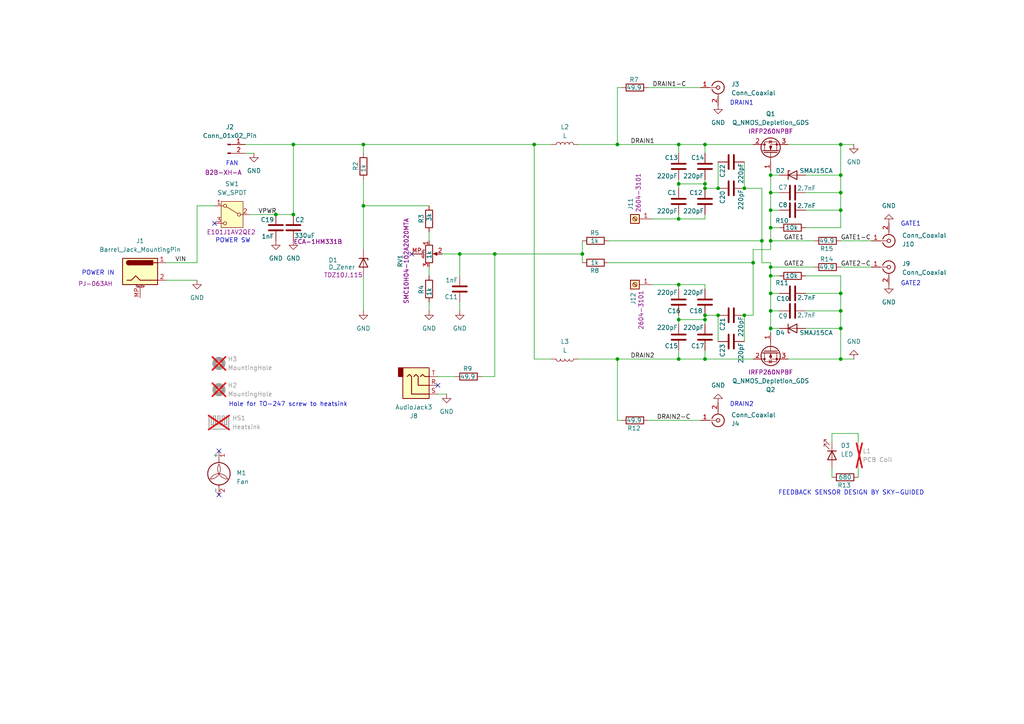
<source format=kicad_sch>
(kicad_sch (version 20250114) (generator "eeschema") (generator_version "9.0")
  (paper "A4")
  (lib_symbols
    (symbol "Connector:Barrel_Jack_MountingPin" (pin_names (hide yes))
      (property "Reference" "J" (at 0 5.334 0))
      (property "Value" "Barrel_Jack_MountingPin" (at 1.27 -6.35 0))
      (symbol "Barrel_Jack_MountingPin_0_1"
        (rectangle (start -5.08 3.81) (end 5.08 -3.81) (stroke (width 0.254)) (fill (type background)))
        (polyline (pts (xy -3.81 -2.54) (xy -2.54 -2.54) (xy -1.27 -1.27) (xy 0 -2.54) (xy 2.54 -2.54) (xy 5.08 -2.54)) (stroke (width 0.254)))
        (arc (start -3.302 1.905) (mid -3.9343 2.54) (end -3.302 3.175) (stroke (width 0.254)))
        (arc (start -3.302 1.905) (mid -3.9343 2.54) (end -3.302 3.175) (stroke (width 0.254)) (fill (type outline)))
        (rectangle (start 3.683 3.175) (end -3.302 1.905) (stroke (width 0.254)) (fill (type outline)))
        (polyline (pts (xy 5.08 2.54) (xy 3.81 2.54)) (stroke (width 0.254)))
      )
      (symbol "Barrel_Jack_MountingPin_1_1"
        (polyline (pts (xy -1.016 -4.572) (xy 1.016 -4.572)) (stroke (width 0.1524)))
        (text "Mounting" (at 0 -4.191 0) (effects (font (size 0.381 0.381))))
        (pin passive line (at 0 -7.62 90) (length 3.048) (name "MountPin") (number "MP"))
        (pin passive line (at 7.62 2.54 180) (length 2.54) (name "~") (number "1"))
        (pin passive line (at 7.62 -2.54 180) (length 2.54) (name "~") (number "2"))
      )
    )
    (symbol "Connector:Conn_01x02_Pin" (pin_names (offset 1.016) (hide yes))
      (property "Reference" "J" (at 0 2.54 0))
      (property "Value" "Conn_01x02_Pin" (at 0 -5.08 0))
      (symbol "Conn_01x02_Pin_1_1"
        (rectangle (start 0.8636 0.127) (end 0 -0.127) (stroke (width 0.1524)) (fill (type outline)))
        (rectangle (start 0.8636 -2.413) (end 0 -2.667) (stroke (width 0.1524)) (fill (type outline)))
        (polyline (pts (xy 1.27 0) (xy 0.8636 0)) (stroke (width 0.1524)))
        (polyline (pts (xy 1.27 -2.54) (xy 0.8636 -2.54)) (stroke (width 0.1524)))
        (pin passive line (at 5.08 0 180) (length 3.81) (name "Pin_1") (number "1"))
        (pin passive line (at 5.08 -2.54 180) (length 3.81) (name "Pin_2") (number "2"))
      )
    )
    (symbol "Connector:Conn_Coaxial" (pin_names (offset 1.016) (hide yes))
      (property "Reference" "J" (at 0.254 3.048 0))
      (property "Value" "Conn_Coaxial" (at 2.921 0 90))
      (symbol "Conn_Coaxial_0_1"
        (polyline (pts (xy -2.54 0) (xy -0.508 0)))
        (arc (start 1.778 0) (mid 0.222 -1.8079) (end -1.778 -0.508) (stroke (width 0.254)))
        (arc (start -1.778 0.508) (mid 0.2221 1.8084) (end 1.778 0) (stroke (width 0.254)))
        (circle (center 0 0) (radius 0.508) (stroke (width 0.2032)))
        (polyline (pts (xy 0 -2.54) (xy 0 -1.778)))
      )
      (symbol "Conn_Coaxial_1_1"
        (pin passive line (at -5.08 0 0) (length 2.54) (name "In") (number "1"))
        (pin passive line (at 0 -5.08 90) (length 2.54) (name "Ext") (number "2"))
      )
    )
    (symbol "Connector:Screw_Terminal_01x01" (pin_names (offset 1.016) (hide yes))
      (property "Reference" "J" (at 0 2.54 0))
      (property "Value" "Screw_Terminal_01x01" (at 0 -2.54 0))
      (symbol "Screw_Terminal_01x01_1_1"
        (rectangle (start -1.27 1.27) (end 1.27 -1.27) (stroke (width 0.254)) (fill (type background)))
        (polyline (pts (xy -0.5334 0.3302) (xy 0.3302 -0.508)) (stroke (width 0.1524)))
        (polyline (pts (xy -0.3556 0.508) (xy 0.508 -0.3302)) (stroke (width 0.1524)))
        (circle (center 0 0) (radius 0.635) (stroke (width 0.1524)))
        (pin passive line (at -5.08 0 0) (length 3.81) (name "Pin_1") (number "1"))
      )
    )
    (symbol "Connector_Audio:AudioJack3"
      (property "Reference" "J" (at 0 8.89 0))
      (property "Value" "AudioJack3" (at 0 6.35 0))
      (symbol "AudioJack3_0_1"
        (rectangle (start -5.08 -5.08) (end -6.35 -2.54) (stroke (width 0.254)) (fill (type outline)))
        (polyline (pts (xy -1.905 -2.54) (xy -1.27 -3.175) (xy -0.635 -2.54) (xy -0.635 0) (xy 2.54 0)) (stroke (width 0.254)))
        (polyline (pts (xy 0 -2.54) (xy 0.635 -3.175) (xy 1.27 -2.54) (xy 2.54 -2.54)) (stroke (width 0.254)))
        (rectangle (start 2.54 3.81) (end -5.08 -5.08) (stroke (width 0.254)) (fill (type background)))
        (polyline (pts (xy 2.54 2.54) (xy -2.54 2.54) (xy -2.54 -2.54) (xy -3.175 -3.175) (xy -3.81 -2.54)) (stroke (width 0.254)))
      )
      (symbol "AudioJack3_1_1"
        (pin passive line (at 5.08 2.54 180) (length 2.54) (name "~") (number "S"))
        (pin passive line (at 5.08 0 180) (length 2.54) (name "~") (number "R"))
        (pin passive line (at 5.08 -2.54 180) (length 2.54) (name "~") (number "T"))
      )
    )
    (symbol "Device:C" (pin_numbers (hide yes)) (pin_names (offset 0.254))
      (property "Reference" "C" (at 0.635 2.54 0))
      (property "Value" "C" (at 0.635 -2.54 0))
      (symbol "C_0_1"
        (polyline (pts (xy -2.032 0.762) (xy 2.032 0.762)) (stroke (width 0.508)))
        (polyline (pts (xy -2.032 -0.762) (xy 2.032 -0.762)) (stroke (width 0.508)))
      )
      (symbol "C_1_1"
        (pin passive line (at 0 3.81 270) (length 2.794) (name "~") (number "1"))
        (pin passive line (at 0 -3.81 90) (length 2.794) (name "~") (number "2"))
      )
    )
    (symbol "Device:D_Zener" (pin_numbers (hide yes)) (pin_names (offset 1.016) (hide yes))
      (property "Reference" "D" (at 0 2.54 0))
      (property "Value" "D_Zener" (at 0 -2.54 0))
      (symbol "D_Zener_0_1"
        (polyline (pts (xy -1.27 -1.27) (xy -1.27 1.27) (xy -0.762 1.27)) (stroke (width 0.254)))
        (polyline (pts (xy 1.27 0) (xy -1.27 0)))
        (polyline (pts (xy 1.27 -1.27) (xy 1.27 1.27) (xy -1.27 0) (xy 1.27 -1.27)) (stroke (width 0.254)))
      )
      (symbol "D_Zener_1_1"
        (pin passive line (at -3.81 0 0) (length 2.54) (name "K") (number "1"))
        (pin passive line (at 3.81 0 180) (length 2.54) (name "A") (number "2"))
      )
    )
    (symbol "Device:L" (pin_numbers (hide yes)) (pin_names (offset 1.016) (hide yes))
      (property "Reference" "L" (at -1.27 0 90))
      (property "Value" "L" (at 1.905 0 90))
      (symbol "L_0_1"
        (arc (start 0 2.54) (mid 0.6323 1.905) (end 0 1.27))
        (arc (start 0 1.27) (mid 0.6323 0.635) (end 0 0))
        (arc (start 0 0) (mid 0.6323 -0.635) (end 0 -1.27))
        (arc (start 0 -1.27) (mid 0.6323 -1.905) (end 0 -2.54))
      )
      (symbol "L_1_1"
        (pin passive line (at 0 3.81 270) (length 1.27) (name "1") (number "1"))
        (pin passive line (at 0 -3.81 90) (length 1.27) (name "2") (number "2"))
      )
    )
    (symbol "Device:LED" (pin_numbers (hide yes)) (pin_names (offset 1.016) (hide yes))
      (property "Reference" "D" (at 0 2.54 0))
      (property "Value" "LED" (at 0 -2.54 0))
      (symbol "LED_0_1"
        (polyline (pts (xy -3.048 -0.762) (xy -4.572 -2.286) (xy -3.81 -2.286) (xy -4.572 -2.286) (xy -4.572 -1.524)))
        (polyline (pts (xy -1.778 -0.762) (xy -3.302 -2.286) (xy -2.54 -2.286) (xy -3.302 -2.286) (xy -3.302 -1.524)))
        (polyline (pts (xy -1.27 0) (xy 1.27 0)))
        (polyline (pts (xy -1.27 -1.27) (xy -1.27 1.27)) (stroke (width 0.254)))
        (polyline (pts (xy 1.27 -1.27) (xy 1.27 1.27) (xy -1.27 0) (xy 1.27 -1.27)) (stroke (width 0.254)))
      )
      (symbol "LED_1_1"
        (pin passive line (at -3.81 0 0) (length 2.54) (name "K") (number "1"))
        (pin passive line (at 3.81 0 180) (length 2.54) (name "A") (number "2"))
      )
    )
    (symbol "Device:R" (pin_numbers (hide yes)) (pin_names (offset 0))
      (property "Reference" "R" (at 2.032 0 90))
      (property "Value" "R" (at 0 0 90))
      (symbol "R_0_1"
        (rectangle (start -1.016 -2.54) (end 1.016 2.54) (stroke (width 0.254)))
      )
      (symbol "R_1_1"
        (pin passive line (at 0 3.81 270) (length 1.27) (name "~") (number "1"))
        (pin passive line (at 0 -3.81 90) (length 1.27) (name "~") (number "2"))
      )
    )
    (symbol "Device:R_Potentiometer_MountingPin" (pin_names (offset 1.016) (hide yes))
      (property "Reference" "RV" (at -8.255 0 90))
      (property "Value" "R_Potentiometer_MountingPin" (at -6.35 0 90))
      (symbol "R_Potentiometer_MountingPin_0_1"
        (rectangle (start 1.016 2.54) (end -1.016 -2.54) (stroke (width 0.254)))
        (polyline (pts (xy 1.143 0) (xy 2.286 0.508) (xy 2.286 -0.508)) (fill (type outline)))
        (polyline (pts (xy 2.54 0) (xy 1.524 0)))
      )
      (symbol "R_Potentiometer_MountingPin_1_1"
        (polyline (pts (xy -2.032 1.016) (xy -2.032 -1.016)) (stroke (width 0.1524)))
        (text "Mounting" (at -1.651 0 900) (effects (font (size 0.381 0.381))))
        (pin passive line (at -5.08 0 0) (length 3.048) (name "MountPin") (number "MP"))
        (pin passive line (at 0 3.81 270) (length 1.27) (name "1") (number "1"))
        (pin passive line (at 0 -3.81 90) (length 1.27) (name "3") (number "3"))
        (pin passive line (at 3.81 0 180) (length 1.27) (name "2") (number "2"))
      )
    )
    (symbol "Mechanical:Heatsink" (pin_names (offset 1.016)) (exclude_from_sim yes)
      (property "Reference" "HS" (at 0 5.08 0))
      (property "Value" "Heatsink" (at 0 -1.27 0))
      (symbol "Heatsink_0_1"
        (polyline (pts (xy -0.3302 1.27) (xy -0.9652 1.27) (xy -0.9652 3.81) (xy -1.6002 3.81) (xy -1.6002 1.27) (xy -2.2352 1.27) (xy -2.2352 3.81) (xy -2.8702 3.81) (xy -2.8702 0) (xy -0.9652 0)) (stroke (width 0.254)) (fill (type background)))
        (polyline (pts (xy -0.3302 1.27) (xy -0.3302 3.81) (xy 0.3048 3.81) (xy 0.3048 1.27) (xy 0.9398 1.27) (xy 0.9398 3.81) (xy 1.5748 3.81) (xy 1.5748 1.27) (xy 2.2098 1.27) (xy 2.2098 3.81) (xy 2.8448 3.81) (xy 2.8448 0) (xy -0.9652 0)) (stroke (width 0.254)) (fill (type background)))
      )
    )
    (symbol "Mechanical:MountingHole" (pin_names (offset 1.016)) (exclude_from_sim yes) (in_bom no)
      (property "Reference" "H" (at 0 5.08 0))
      (property "Value" "MountingHole" (at 0 3.175 0))
      (symbol "MountingHole_0_1"
        (circle (center 0 0) (radius 1.27) (stroke (width 1.27)))
      )
    )
    (symbol "Motor:Fan" (pin_names (offset 0))
      (property "Reference" "M" (at 2.54 5.08 0))
      (property "Value" "Fan" (at 2.54 -2.54 0))
      (symbol "Fan_0_1"
        (arc (start 0 3.81) (mid -0.0015 0.9048) (end -2.54 -0.508))
        (polyline (pts (xy 0 4.572) (xy 0 5.08)))
        (polyline (pts (xy 0 4.2672) (xy 0 4.6228)))
        (circle (center 0 1.016) (radius 3.2512) (stroke (width 0.254)))
        (arc (start -2.54 -0.508) (mid 0 1.0618) (end 2.54 -0.508))
        (polyline (pts (xy 0 -2.2352) (xy 0 -2.6416)))
        (polyline (pts (xy 0 -5.08) (xy 0 -4.572)))
        (arc (start 2.54 -0.508) (mid 0.047 0.9315) (end 0 3.81))
      )
      (symbol "Fan_1_1"
        (pin passive line (at 0 7.62 270) (length 2.54) (name "+") (number "1"))
        (pin passive line (at 0 -5.08 90) (length 2.54) (name "-") (number "2"))
      )
    )
    (symbol "Switch:SW_SPDT" (pin_names (offset 0) (hide yes))
      (property "Reference" "SW" (at 0 5.08 0))
      (property "Value" "SW_SPDT" (at 0 -5.08 0))
      (symbol "SW_SPDT_0_1"
        (circle (center -2.032 0) (radius 0.4572))
        (polyline (pts (xy -1.651 0.254) (xy 1.651 2.286)))
        (circle (center 2.032 2.54) (radius 0.4572))
        (circle (center 2.032 -2.54) (radius 0.4572))
      )
      (symbol "SW_SPDT_1_1"
        (rectangle (start -3.175 3.81) (end 3.175 -3.81) (fill (type background)))
        (pin passive line (at -5.08 0 0) (length 2.54) (name "B") (number "2"))
        (pin passive line (at 5.08 2.54 180) (length 2.54) (name "A") (number "1"))
        (pin passive line (at 5.08 -2.54 180) (length 2.54) (name "C") (number "3"))
      )
    )
    (symbol "Transistor_FET_Other:Q_NMOS_Depletion_GDS" (pin_names (offset 0) (hide yes))
      (property "Reference" "Q" (at 5.08 1.905 0))
      (property "Value" "Q_NMOS_Depletion_GDS" (at 5.08 0 0))
      (symbol "Q_NMOS_Depletion_GDS_0_1"
        (polyline (pts (xy 0.254 1.905) (xy 0.254 -1.905)) (stroke (width 0.254)))
        (polyline (pts (xy 0.254 0) (xy -2.54 0)))
        (polyline (pts (xy 0.762 2.286) (xy 0.762 -2.286)) (stroke (width 0.254)))
        (polyline (pts (xy 0.762 -1.778) (xy 3.302 -1.778) (xy 3.302 1.778) (xy 0.762 1.778)))
        (polyline (pts (xy 1.016 0) (xy 2.032 0.381) (xy 2.032 -0.381) (xy 1.016 0)) (fill (type outline)))
        (circle (center 1.651 0) (radius 2.794) (stroke (width 0.254)))
        (polyline (pts (xy 2.54 2.54) (xy 2.54 1.778)))
        (circle (center 2.54 1.778) (radius 0.254) (fill (type outline)))
        (circle (center 2.54 -1.778) (radius 0.254) (fill (type outline)))
        (polyline (pts (xy 2.54 -2.54) (xy 2.54 0) (xy 0.762 0)))
        (polyline (pts (xy 2.794 0.508) (xy 2.921 0.381) (xy 3.683 0.381) (xy 3.81 0.254)))
        (polyline (pts (xy 3.302 0.381) (xy 2.921 -0.254) (xy 3.683 -0.254) (xy 3.302 0.381)))
      )
      (symbol "Q_NMOS_Depletion_GDS_1_1"
        (pin input line (at -5.08 0 0) (length 2.54) (name "G") (number "1"))
        (pin passive line (at 2.54 5.08 270) (length 2.54) (name "D") (number "2"))
        (pin passive line (at 2.54 -5.08 90) (length 2.54) (name "S") (number "3"))
      )
    )
    (symbol "power:GND" (power) (pin_numbers (hide yes)) (pin_names (offset 0) (hide yes))
      (property "Value" "GND" (at 0 -3.81 0))
      (symbol "GND_0_1"
        (polyline (pts (xy 0 0) (xy 0 -1.27) (xy 1.27 -1.27) (xy 0 -2.54) (xy -1.27 -1.27) (xy 0 -1.27)))
      )
      (symbol "GND_1_1"
        (pin power_in line (at 0 0 270) (length 0) (name "~") (number "1"))
      )
    )
  )
  (text "DRAIN2\n" (at 215.138 117.348 0) (effects (font (size 1.27 1.27))))
  (text "Hole for TO-247 screw to heatsink" (at 83.566 117.348 0) (effects (font (size 1.27 1.27))))
  (text "FEEDBACK SENSOR DESIGN BY SKY-GUIDED" (at 246.888 143.002 0) (effects (font (size 1.27 1.27))))
  (text "GATE1" (at 264.16 65.024 0) (effects (font (size 1.27 1.27))))
  (text "POWER IN" (at 28.448 79.248 0) (effects (font (size 1.27 1.27))))
  (text "DRAIN1" (at 215.138 29.972 0) (effects (font (size 1.27 1.27))))
  (text "POWER SW" (at 67.564 69.85 0) (effects (font (size 1.27 1.27))))
  (text "GATE2" (at 264.16 82.296 0) (effects (font (size 1.27 1.27))))
  (text "FAN" (at 67.31 47.498 0) (effects (font (size 1.27 1.27))))
  (junction (at 85.09 62.23))
  (junction (at 208.28 91.44))
  (junction (at 196.85 41.91))
  (junction (at 218.44 76.2))
  (junction (at 204.47 53.34))
  (junction (at 223.52 85.09))
  (junction (at 196.85 82.55))
  (junction (at 243.84 50.8))
  (junction (at 204.47 54.61))
  (junction (at 223.52 69.85))
  (junction (at 223.52 60.96))
  (junction (at 105.41 59.69))
  (junction (at 196.85 63.5))
  (junction (at 243.84 95.25))
  (junction (at 168.91 73.66))
  (junction (at 105.41 41.91))
  (junction (at 223.52 55.88))
  (junction (at 243.84 55.88))
  (junction (at 208.28 54.61))
  (junction (at 220.98 69.85))
  (junction (at 80.01 62.23))
  (junction (at 196.85 53.34))
  (junction (at 223.52 77.47))
  (junction (at 223.52 95.25))
  (junction (at 215.9 54.61))
  (junction (at 243.84 85.09))
  (junction (at 223.52 66.04))
  (junction (at 243.84 60.96))
  (junction (at 204.47 92.71))
  (junction (at 196.85 104.14))
  (junction (at 196.85 92.71))
  (junction (at 85.09 41.91))
  (junction (at 223.52 50.8))
  (junction (at 143.51 73.66))
  (junction (at 179.07 104.14))
  (junction (at 215.9 91.44))
  (junction (at 133.35 73.66))
  (junction (at 243.84 90.17))
  (junction (at 154.94 41.91))
  (junction (at 243.84 41.91))
  (junction (at 204.47 91.44))
  (junction (at 243.84 104.14))
  (junction (at 204.47 104.14))
  (junction (at 223.52 90.17))
  (junction (at 179.07 41.91))
  (junction (at 223.52 80.01))
  (junction (at 204.47 41.91))
  (no_connect (at 62.23 64.77))
  (no_connect (at 119.38 73.66))
  (no_connect (at 63.5 143.51))
  (no_connect (at 127 111.76))
  (no_connect (at 63.5 130.81))
  (wire (pts (xy 204.47 92.71) (xy 204.47 91.44)))
  (wire (pts (xy 176.53 76.2) (xy 218.44 76.2)))
  (wire (pts (xy 215.9 54.61) (xy 220.98 54.61)))
  (wire (pts (xy 223.52 77.47) (xy 223.52 80.01)))
  (wire (pts (xy 196.85 41.91) (xy 204.47 41.91)))
  (wire (pts (xy 196.85 52.07) (xy 196.85 53.34)))
  (wire (pts (xy 223.52 85.09) (xy 226.06 85.09)))
  (wire (pts (xy 57.15 59.69) (xy 57.15 76.2)))
  (wire (pts (xy 57.15 59.69) (xy 62.23 59.69)))
  (wire (pts (xy 139.7 109.22) (xy 143.51 109.22)))
  (wire (pts (xy 167.64 104.14) (xy 179.07 104.14)))
  (wire (pts (xy 204.47 63.5) (xy 204.47 62.23)))
  (wire (pts (xy 223.52 95.25) (xy 226.06 95.25)))
  (wire (pts (xy 223.52 90.17) (xy 226.06 90.17)))
  (wire (pts (xy 133.35 80.01) (xy 133.35 73.66)))
  (wire (pts (xy 154.94 104.14) (xy 160.02 104.14)))
  (wire (pts (xy 179.07 104.14) (xy 179.07 121.92)))
  (wire (pts (xy 243.84 95.25) (xy 243.84 104.14)))
  (wire (pts (xy 204.47 104.14) (xy 204.47 101.6)))
  (wire (pts (xy 133.35 87.63) (xy 133.35 90.17)))
  (wire (pts (xy 248.92 125.73) (xy 241.3 125.73)))
  (wire (pts (xy 223.52 60.96) (xy 226.06 60.96)))
  (wire (pts (xy 218.44 76.2) (xy 218.44 91.44)))
  (wire (pts (xy 223.52 80.01) (xy 226.06 80.01)))
  (wire (pts (xy 154.94 41.91) (xy 154.94 104.14)))
  (wire (pts (xy 223.52 66.04) (xy 223.52 69.85)))
  (wire (pts (xy 233.68 95.25) (xy 243.84 95.25)))
  (wire (pts (xy 204.47 93.98) (xy 204.47 92.71)))
  (wire (pts (xy 196.85 53.34) (xy 204.47 53.34)))
  (wire (pts (xy 204.47 53.34) (xy 204.47 54.61)))
  (wire (pts (xy 127 109.22) (xy 132.08 109.22)))
  (wire (pts (xy 105.41 41.91) (xy 154.94 41.91)))
  (wire (pts (xy 203.2 121.92) (xy 187.96 121.92)))
  (wire (pts (xy 208.28 91.44) (xy 208.28 99.06)))
  (wire (pts (xy 233.68 50.8) (xy 243.84 50.8)))
  (wire (pts (xy 176.53 69.85) (xy 220.98 69.85)))
  (wire (pts (xy 223.52 90.17) (xy 223.52 85.09)))
  (wire (pts (xy 189.23 63.5) (xy 196.85 63.5)))
  (wire (pts (xy 228.6 41.91) (xy 243.84 41.91)))
  (wire (pts (xy 233.68 90.17) (xy 243.84 90.17)))
  (wire (pts (xy 179.07 104.14) (xy 196.85 104.14)))
  (wire (pts (xy 48.26 76.2) (xy 57.15 76.2)))
  (wire (pts (xy 105.41 59.69) (xy 105.41 72.39)))
  (wire (pts (xy 243.84 41.91) (xy 247.65 41.91)))
  (wire (pts (xy 223.52 49.53) (xy 223.52 50.8)))
  (wire (pts (xy 154.94 41.91) (xy 160.02 41.91)))
  (wire (pts (xy 204.47 91.44) (xy 208.28 91.44)))
  (wire (pts (xy 85.09 62.23) (xy 85.09 41.91)))
  (wire (pts (xy 127 114.3) (xy 129.54 114.3)))
  (wire (pts (xy 215.9 91.44) (xy 218.44 91.44)))
  (wire (pts (xy 187.96 25.4) (xy 203.2 25.4)))
  (wire (pts (xy 133.35 73.66) (xy 143.51 73.66)))
  (wire (pts (xy 196.85 62.23) (xy 196.85 63.5)))
  (wire (pts (xy 243.84 80.01) (xy 243.84 85.09)))
  (wire (pts (xy 124.46 87.63) (xy 124.46 90.17)))
  (wire (pts (xy 143.51 109.22) (xy 143.51 73.66)))
  (wire (pts (xy 196.85 92.71) (xy 196.85 91.44)))
  (wire (pts (xy 223.52 96.52) (xy 223.52 95.25)))
  (wire (pts (xy 189.23 82.55) (xy 196.85 82.55)))
  (wire (pts (xy 180.34 121.92) (xy 179.07 121.92)))
  (wire (pts (xy 220.98 76.2) (xy 223.52 76.2)))
  (wire (pts (xy 204.47 82.55) (xy 204.47 83.82)))
  (wire (pts (xy 223.52 77.47) (xy 236.22 77.47)))
  (wire (pts (xy 223.52 76.2) (xy 223.52 77.47)))
  (wire (pts (xy 243.84 66.04) (xy 243.84 60.96)))
  (wire (pts (xy 243.84 50.8) (xy 243.84 41.91)))
  (wire (pts (xy 196.85 104.14) (xy 196.85 101.6)))
  (wire (pts (xy 204.47 41.91) (xy 204.47 44.45)))
  (wire (pts (xy 196.85 41.91) (xy 196.85 44.45)))
  (wire (pts (xy 57.15 81.28) (xy 48.26 81.28)))
  (wire (pts (xy 105.41 59.69) (xy 124.46 59.69)))
  (wire (pts (xy 215.9 46.99) (xy 215.9 54.61)))
  (wire (pts (xy 180.34 25.4) (xy 179.07 25.4)))
  (wire (pts (xy 71.12 41.91) (xy 85.09 41.91)))
  (wire (pts (xy 233.68 85.09) (xy 243.84 85.09)))
  (wire (pts (xy 252.73 69.85) (xy 243.84 69.85)))
  (wire (pts (xy 204.47 52.07) (xy 204.47 53.34)))
  (wire (pts (xy 196.85 83.82) (xy 196.85 82.55)))
  (wire (pts (xy 243.84 60.96) (xy 243.84 55.88)))
  (wire (pts (xy 243.84 104.14) (xy 247.65 104.14)))
  (wire (pts (xy 179.07 41.91) (xy 196.85 41.91)))
  (wire (pts (xy 223.52 55.88) (xy 226.06 55.88)))
  (wire (pts (xy 196.85 53.34) (xy 196.85 54.61)))
  (wire (pts (xy 80.01 62.23) (xy 85.09 62.23)))
  (wire (pts (xy 220.98 69.85) (xy 220.98 76.2)))
  (wire (pts (xy 248.92 128.27) (xy 248.92 125.73)))
  (wire (pts (xy 124.46 67.31) (xy 124.46 69.85)))
  (wire (pts (xy 233.68 66.04) (xy 243.84 66.04)))
  (wire (pts (xy 204.47 104.14) (xy 218.44 104.14)))
  (wire (pts (xy 243.84 90.17) (xy 243.84 95.25)))
  (wire (pts (xy 233.68 60.96) (xy 243.84 60.96)))
  (wire (pts (xy 105.41 52.07) (xy 105.41 59.69)))
  (wire (pts (xy 168.91 73.66) (xy 168.91 76.2)))
  (wire (pts (xy 223.52 95.25) (xy 223.52 90.17)))
  (wire (pts (xy 105.41 80.01) (xy 105.41 90.17)))
  (wire (pts (xy 233.68 55.88) (xy 243.84 55.88)))
  (wire (pts (xy 223.52 66.04) (xy 226.06 66.04)))
  (wire (pts (xy 223.52 69.85) (xy 223.52 72.39)))
  (wire (pts (xy 243.84 85.09) (xy 243.84 90.17)))
  (wire (pts (xy 241.3 125.73) (xy 241.3 128.27)))
  (wire (pts (xy 223.52 50.8) (xy 226.06 50.8)))
  (wire (pts (xy 223.52 55.88) (xy 223.52 60.96)))
  (wire (pts (xy 71.12 44.45) (xy 73.66 44.45)))
  (wire (pts (xy 143.51 73.66) (xy 168.91 73.66)))
  (wire (pts (xy 204.47 41.91) (xy 218.44 41.91)))
  (wire (pts (xy 218.44 72.39) (xy 218.44 76.2)))
  (wire (pts (xy 215.9 91.44) (xy 215.9 99.06)))
  (wire (pts (xy 196.85 93.98) (xy 196.85 92.71)))
  (wire (pts (xy 196.85 82.55) (xy 204.47 82.55)))
  (wire (pts (xy 196.85 63.5) (xy 204.47 63.5)))
  (wire (pts (xy 228.6 104.14) (xy 243.84 104.14)))
  (wire (pts (xy 168.91 69.85) (xy 168.91 73.66)))
  (wire (pts (xy 196.85 92.71) (xy 204.47 92.71)))
  (wire (pts (xy 85.09 41.91) (xy 105.41 41.91)))
  (wire (pts (xy 72.39 62.23) (xy 80.01 62.23)))
  (wire (pts (xy 243.84 55.88) (xy 243.84 50.8)))
  (wire (pts (xy 128.27 73.66) (xy 133.35 73.66)))
  (wire (pts (xy 124.46 77.47) (xy 124.46 80.01)))
  (wire (pts (xy 208.28 46.99) (xy 208.28 54.61)))
  (wire (pts (xy 223.52 60.96) (xy 223.52 66.04)))
  (wire (pts (xy 105.41 41.91) (xy 105.41 44.45)))
  (wire (pts (xy 248.92 135.89) (xy 248.92 138.43)))
  (wire (pts (xy 252.73 77.47) (xy 243.84 77.47)))
  (wire (pts (xy 233.68 80.01) (xy 243.84 80.01)))
  (wire (pts (xy 167.64 41.91) (xy 179.07 41.91)))
  (wire (pts (xy 223.52 85.09) (xy 223.52 80.01)))
  (wire (pts (xy 241.3 135.89) (xy 241.3 138.43)))
  (wire (pts (xy 223.52 72.39) (xy 218.44 72.39)))
  (wire (pts (xy 204.47 54.61) (xy 208.28 54.61)))
  (wire (pts (xy 179.07 25.4) (xy 179.07 41.91)))
  (wire (pts (xy 236.22 69.85) (xy 223.52 69.85)))
  (wire (pts (xy 196.85 104.14) (xy 204.47 104.14)))
  (wire (pts (xy 223.52 50.8) (xy 223.52 55.88)))
  (wire (pts (xy 220.98 54.61) (xy 220.98 69.85)))
  (label "DRAIN2" (at 182.88 104.14 0))
  (label "DRAIN2-C" (at 190.5 121.92 0))
  (label "GATE2" (at 227.33 77.47 0))
  (label "DRAIN1" (at 182.88 41.91 0))
  (label "GATE2-C" (at 243.84 77.47 0))
  (label "VIN" (at 50.8 76.2 0))
  (label "GATE1-C" (at 243.84 69.85 0))
  (label "VPWR" (at 74.93 62.23 0))
  (label "GATE1" (at 227.33 69.85 0))
  (label "DRAIN1-C" (at 189.23 25.4 0))
  (symbol (lib_id "Device:D_Zener") (at 229.87 50.8 0) (unit 1)
    (property "Reference" "D2" (at 226.314 49.53 0))
    (property "Value" "SMAJ15CA" (at 236.728 49.53 0))
    (property "Footprint" "Diode_SMD:D_SMC" (effects (hide yes)))
    (property "Description" "Zener diode" (effects (hide yes)))
    (property "Manufacturer" "Bourns" (effects (hide yes)))
    (property "MPN" "SMCJ15A" (effects (hide yes)))
  )
  (symbol (lib_id "Device:C") (at 204.47 58.42 0) (unit 1)
    (property "Reference" "C12" (at 199.898 55.88 0) (effects (justify left)))
    (property "Value" "220pF" (at 198.12 61.214 0) (effects (justify left)))
    (property "Footprint" "Capacitor_THT:C_Disc_D10.5mm_W5.0mm_P10.00mm" (effects (hide yes)))
    (property "Description" "Unpolarized capacitor" (effects (hide yes)))
  )
  (symbol (lib_id "Device:C") (at 196.85 58.42 0) (unit 1)
    (property "Reference" "C1" (at 193.548 55.88 0) (effects (justify left)))
    (property "Value" "220pF" (at 190.5 61.214 0) (effects (justify left)))
    (property "Footprint" "Capacitor_THT:C_Disc_D10.5mm_W5.0mm_P10.00mm" (effects (hide yes)))
    (property "Description" "Unpolarized capacitor" (effects (hide yes)))
  )
  (symbol (lib_id "power:GND") (at 247.65 104.14 0) (mirror x) (unit 1)
    (property "Reference" "#PWR013" (effects (hide yes)))
    (property "Value" "GND" (at 247.65 99.06 0))
    (property "Description" "Power symbol creates a global label with name \"GND\" , ground" (effects (hide yes)))
  )
  (symbol (lib_id "Device:C") (at 204.47 87.63 0) (mirror x) (unit 1)
    (property "Reference" "C18" (at 199.898 90.17 0) (effects (justify left)))
    (property "Value" "220pF" (at 198.12 84.836 0) (effects (justify left)))
    (property "Footprint" "Capacitor_THT:C_Disc_D10.5mm_W5.0mm_P10.00mm" (effects (hide yes)))
    (property "Description" "Unpolarized capacitor" (effects (hide yes)))
  )
  (symbol (lib_id "Device:R_Potentiometer_MountingPin") (at 124.46 73.66 0) (unit 1)
    (property "Reference" "RV1" (at 116.078 75.692 90))
    (property "Value" "1k" (at 124.46 73.914 90))
    (property "Footprint" "Library:SMC10H04-102A2020MTA" (effects (hide yes)))
    (property "Description" "Potentiometer with a mounting pin" (effects (hide yes)))
    (property "Manufacturer" "Amphenol" (effects (hide yes)))
    (property "MPN" "SMC10H04-102A2020MTA" (at 117.856 75.692 90))
  )
  (symbol (lib_id "Device:C") (at 212.09 91.44 90) (unit 1)
    (property "Reference" "C21" (at 209.55 96.012 0) (effects (justify left)))
    (property "Value" "220pF" (at 214.884 97.79 0) (effects (justify left)))
    (property "Footprint" "Capacitor_THT:C_Disc_D10.5mm_W5.0mm_P10.00mm" (effects (hide yes)))
    (property "Description" "Unpolarized capacitor" (effects (hide yes)))
  )
  (symbol (lib_id "Device:C") (at 80.01 66.04 180) (unit 1)
    (property "Reference" "C19" (at 79.502 63.754 0) (effects (justify left)))
    (property "Value" "1nF" (at 79.502 68.58 0) (effects (justify left)))
    (property "Footprint" "Capacitor_SMD:C_1812_4532Metric" (effects (hide yes)))
    (property "Description" "Unpolarized capacitor" (effects (hide yes)))
    (property "Manufacturer" "Vishay" (effects (hide yes)))
    (property "MPN" "VJ1812A102JXFTW1HV" (effects (hide yes)))
  )
  (symbol (lib_id "Device:R") (at 240.03 69.85 90) (mirror x) (unit 1)
    (property "Reference" "R15" (at 239.776 72.136 90))
    (property "Value" "49.9" (at 239.776 69.85 90))
    (property "Footprint" "Resistor_SMD:R_0805_2012Metric" (effects (hide yes)))
    (property "Description" "Resistor" (effects (hide yes)))
    (property "MPN" "RC0805FR-0749R9L" (effects (hide yes)))
    (property "Manufacturer" "Yageo" (effects (hide yes)))
  )
  (symbol (lib_id "Device:D_Zener") (at 229.87 95.25 0) (mirror x) (unit 1)
    (property "Reference" "D4" (at 226.314 96.52 0))
    (property "Value" "SMAJ15CA" (at 236.728 96.52 0))
    (property "Footprint" "Diode_SMD:D_SMC" (effects (hide yes)))
    (property "Description" "Zener diode" (effects (hide yes)))
    (property "Manufacturer" "Bourns" (effects (hide yes)))
    (property "MPN" "SMCJ15A" (effects (hide yes)))
  )
  (symbol (lib_id "Device:R") (at 105.41 48.26 0) (unit 1)
    (property "Reference" "R2" (at 103.124 49.53 90) (effects (justify left)))
    (property "Value" "1k" (at 105.41 50.038 90) (effects (justify left)))
    (property "Footprint" "Resistor_SMD:R_0805_2012Metric" (effects (hide yes)))
    (property "Description" "Resistor" (effects (hide yes)))
    (property "MPN" "RC0805FR-071KL" (effects (hide yes)))
    (property "Manufacturer" "Yageo" (effects (hide yes)))
  )
  (symbol (lib_id "Mechanical:Heatsink") (at 63.5 124.46 0) (unit 1) (exclude_from_sim yes) (dnp yes)
    (property "Reference" "HS1" (at 67.31 121.2849 0) (effects (justify left)))
    (property "Value" "Heatsink" (at 67.31 123.8249 0) (effects (justify left)))
    (property "Footprint" "Library:Heatsink_75x37.5mm_Fischer_SK-594-37.5-AL" (effects (hide yes)))
    (property "Description" "Heatsink" (effects (hide yes)))
  )
  (symbol (lib_id "Device:C") (at 196.85 48.26 0) (unit 1)
    (property "Reference" "C13" (at 192.786 45.72 0) (effects (justify left)))
    (property "Value" "220pF" (at 190.5 51.054 0) (effects (justify left)))
    (property "Footprint" "Capacitor_THT:C_Disc_D10.5mm_W5.0mm_P10.00mm" (effects (hide yes)))
    (property "Description" "Unpolarized capacitor" (effects (hide yes)))
  )
  (symbol (lib_id "power:GND") (at 257.81 64.77 0) (mirror x) (unit 1)
    (property "Reference" "#PWR016" (effects (hide yes)))
    (property "Value" "GND" (at 257.81 59.69 0))
    (property "Description" "Power symbol creates a global label with name \"GND\" , ground" (effects (hide yes)))
  )
  (symbol (lib_id "Device:L") (at 163.83 104.14 270) (unit 1)
    (property "Reference" "L3" (at 163.83 99.06 90))
    (property "Value" "L" (at 163.83 101.6 90))
    (property "Footprint" "Inductor_SMD:L_APV_APH1770" (effects (hide yes)))
    (property "Description" "Inductor" (effects (hide yes)))
    (property "MPN" "SRP1265C-6R8M" (effects (hide yes)))
    (property "Manufacturer" "Bourns" (effects (hide yes)))
  )
  (symbol (lib_id "Device:C") (at 196.85 87.63 0) (mirror x) (unit 1)
    (property "Reference" "C16" (at 193.548 90.17 0) (effects (justify left)))
    (property "Value" "220pF" (at 190.5 84.836 0) (effects (justify left)))
    (property "Footprint" "Capacitor_THT:C_Disc_D10.5mm_W5.0mm_P10.00mm" (effects (hide yes)))
    (property "Description" "Unpolarized capacitor" (effects (hide yes)))
  )
  (symbol (lib_id "Device:C") (at 229.87 55.88 90) (unit 1)
    (property "Reference" "C7" (at 227.076 54.356 90))
    (property "Value" "2.7nF" (at 233.934 54.61 90))
    (property "Footprint" "Capacitor_SMD:C_1812_4532Metric" (effects (hide yes)))
    (property "Description" "Unpolarized capacitor" (effects (hide yes)))
    (property "MPN" "1812GC272KAT1A" (effects (hide yes)))
    (property "Manufacturer" "Kyocera" (effects (hide yes)))
  )
  (symbol (lib_id "Device:R") (at 172.72 69.85 90) (unit 1)
    (property "Reference" "R5" (at 172.466 67.564 90))
    (property "Value" "1k" (at 172.466 69.85 90))
    (property "Footprint" "Resistor_SMD:R_0805_2012Metric" (effects (hide yes)))
    (property "Description" "Resistor" (effects (hide yes)))
    (property "MPN" "RC0805FR-071KL" (effects (hide yes)))
    (property "Manufacturer" "Yageo" (effects (hide yes)))
  )
  (symbol (lib_id "Mechanical:MountingHole") (at 63.5 105.41 0) (unit 1) (exclude_from_sim yes) (in_bom no) (dnp yes)
    (property "Reference" "H3" (at 66.04 104.1399 0) (effects (justify left)))
    (property "Value" "MountingHole" (at 66.04 106.6799 0) (effects (justify left)))
    (property "Footprint" "MountingHole:MountingHole_8.4mm_M8" (effects (hide yes)))
    (property "Description" "Mounting Hole without connection" (effects (hide yes)))
  )
  (symbol (lib_id "Device:C") (at 196.85 97.79 0) (mirror x) (unit 1)
    (property "Reference" "C15" (at 192.786 100.33 0) (effects (justify left)))
    (property "Value" "220pF" (at 190.5 94.996 0) (effects (justify left)))
    (property "Footprint" "Capacitor_THT:C_Disc_D10.5mm_W5.0mm_P10.00mm" (effects (hide yes)))
    (property "Description" "Unpolarized capacitor" (effects (hide yes)))
  )
  (symbol (lib_id "Device:R") (at 229.87 66.04 90) (unit 1)
    (property "Reference" "R10" (at 226.822 64.008 90))
    (property "Value" "10k" (at 229.616 66.04 90))
    (property "Footprint" "Resistor_SMD:R_0805_2012Metric" (effects (hide yes)))
    (property "Description" "Resistor" (effects (hide yes)))
    (property "MPN" "RC0805FR-071KL" (effects (hide yes)))
    (property "Manufacturer" "Yageo" (effects (hide yes)))
  )
  (symbol (lib_id "Device:D_Zener") (at 105.41 76.2 270) (unit 1)
    (property "Reference" "D1" (at 95.25 75.438 90) (effects (justify left)))
    (property "Value" "D_Zener" (at 95.25 77.47 90) (effects (justify left)))
    (property "Footprint" "Diode_SMD:D_SOD-323_HandSoldering" (effects (hide yes)))
    (property "Description" "Zener diode" (effects (hide yes)))
    (property "MPN" "TDZ10J,115" (at 99.568 79.756 90))
    (property "Manufacturer" "Nexperia" (effects (hide yes)))
  )
  (symbol (lib_id "Connector:Conn_Coaxial") (at 208.28 25.4 0) (unit 1)
    (property "Reference" "J3" (at 212.09 24.4231 0) (effects (justify left)))
    (property "Value" "Conn_Coaxial" (at 212.09 26.9631 0) (effects (justify left)))
    (property "Footprint" "Connector_Coaxial:SMA_Amphenol_901-144_Vertical" (effects (hide yes)))
    (property "Description" "coaxial connector (BNC, SMA, SMB, SMC, Cinch/RCA, LEMO, ...)" (effects (hide yes)))
    (property "MPN" "RFPC-SMA27-F" (effects (hide yes)))
    (property "Manufacturer" "GCT" (effects (hide yes)))
  )
  (symbol (lib_id "Device:R") (at 135.89 109.22 90) (unit 1)
    (property "Reference" "R9" (at 135.636 106.934 90))
    (property "Value" "49.9" (at 135.636 109.22 90))
    (property "Footprint" "Resistor_SMD:R_0805_2012Metric" (effects (hide yes)))
    (property "Description" "Resistor" (effects (hide yes)))
    (property "MPN" "RC0805FR-0749R9L" (effects (hide yes)))
    (property "Manufacturer" "Yageo" (effects (hide yes)))
  )
  (symbol (lib_id "Device:C") (at 133.35 83.82 180) (unit 1)
    (property "Reference" "C11" (at 132.842 86.106 0) (effects (justify left)))
    (property "Value" "1nF" (at 132.842 81.28 0) (effects (justify left)))
    (property "Footprint" "Capacitor_SMD:C_1812_4532Metric" (effects (hide yes)))
    (property "Description" "Unpolarized capacitor" (effects (hide yes)))
    (property "Manufacturer" "Vishay" (effects (hide yes)))
    (property "MPN" "VJ1812A102JXFTW1HV" (effects (hide yes)))
  )
  (symbol (lib_id "Connector_Audio:AudioJack3") (at 121.92 111.76 0) (mirror x) (unit 1)
    (property "Reference" "J8" (at 120.015 120.65 0))
    (property "Value" "AudioJack3" (at 120.015 118.11 0))
    (property "Footprint" "Connector_Audio:Jack_3.5mm_CUI_SJ-3523-SMT_Horizontal" (effects (hide yes)))
    (property "Description" "Audio Jack, 3 Poles (Stereo / TRS)" (effects (hide yes)))
    (property "MPN" "SJ-3523-SMT-TR" (effects (hide yes)))
    (property "Manufacturer" "CUI" (effects (hide yes)))
  )
  (symbol (lib_id "Transistor_FET_Other:Q_NMOS_Depletion_GDS") (at 223.52 44.45 90) (unit 1)
    (property "Reference" "Q1" (at 223.52 33.02 90))
    (property "Value" "Q_NMOS_Depletion_GDS" (at 223.52 35.56 90))
    (property "Footprint" "Package_TO_SOT_THT:TO-247-3_Horizontal_TabDown" (effects (hide yes)))
    (property "Description" "Depletion-mode N-channel MOSFET gate/drain/source" (effects (hide yes)))
    (property "MPN" "IRFP260NPBF" (at 223.52 38.1 90))
    (property "Manufacturer" "Infineon" (effects (hide yes)))
  )
  (symbol (lib_id "Device:C") (at 229.87 90.17 90) (mirror x) (unit 1)
    (property "Reference" "C9" (at 227.076 91.694 90))
    (property "Value" "2.7nF" (at 233.934 91.44 90))
    (property "Footprint" "Capacitor_SMD:C_1812_4532Metric" (effects (hide yes)))
    (property "Description" "Unpolarized capacitor" (effects (hide yes)))
    (property "MPN" "1812GC272KAT1A" (effects (hide yes)))
    (property "Manufacturer" "Kyocera" (effects (hide yes)))
  )
  (symbol (lib_id "power:GND") (at 208.28 116.84 0) (mirror x) (unit 1)
    (property "Reference" "#PWR014" (effects (hide yes)))
    (property "Value" "GND" (at 208.28 111.76 0))
    (property "Description" "Power symbol creates a global label with name \"GND\" , ground" (effects (hide yes)))
  )
  (symbol (lib_id "Connector:Conn_Coaxial") (at 257.81 69.85 0) (mirror x) (unit 1)
    (property "Reference" "J10" (at 261.62 70.8269 0) (effects (justify left)))
    (property "Value" "Conn_Coaxial" (at 261.62 68.2869 0) (effects (justify left)))
    (property "Footprint" "Connector_Coaxial:SMA_Amphenol_901-144_Vertical" (effects (hide yes)))
    (property "Description" "coaxial connector (BNC, SMA, SMB, SMC, Cinch/RCA, LEMO, ...)" (effects (hide yes)))
    (property "MPN" "RFPC-SMA27-F" (effects (hide yes)))
    (property "Manufacturer" "GCT" (effects (hide yes)))
  )
  (symbol (lib_id "Device:LED") (at 241.3 132.08 270) (unit 1)
    (property "Reference" "D3" (at 243.84 129.2224 90) (effects (justify left)))
    (property "Value" "LED" (at 243.84 131.7624 90) (effects (justify left)))
    (property "Footprint" "LED_SMD:LED_1206_3216Metric" (effects (hide yes)))
    (property "Description" "Light emitting diode" (effects (hide yes)))
    (property "Sim.Pins" "1=K 2=A" (effects (hide yes)))
    (property "MPN" "150120AS75000" (effects (hide yes)))
    (property "Manufacturer" "Wurth" (effects (hide yes)))
  )
  (symbol (lib_id "Device:R") (at 184.15 121.92 90) (mirror x) (unit 1)
    (property "Reference" "R12" (at 183.896 124.206 90))
    (property "Value" "49.9" (at 183.896 121.92 90))
    (property "Footprint" "Resistor_SMD:R_0805_2012Metric" (effects (hide yes)))
    (property "Description" "Resistor" (effects (hide yes)))
    (property "MPN" "RC0805FR-0749R9L" (effects (hide yes)))
    (property "Manufacturer" "Yageo" (effects (hide yes)))
  )
  (symbol (lib_id "power:GND") (at 133.35 90.17 0) (unit 1)
    (property "Reference" "#PWR012" (effects (hide yes)))
    (property "Value" "GND" (at 133.35 95.25 0))
    (property "Description" "Power symbol creates a global label with name \"GND\" , ground" (effects (hide yes)))
  )
  (symbol (lib_id "Device:R") (at 184.15 25.4 90) (unit 1)
    (property "Reference" "R7" (at 183.896 23.114 90))
    (property "Value" "49.9" (at 183.896 25.4 90))
    (property "Footprint" "Resistor_SMD:R_0805_2012Metric" (effects (hide yes)))
    (property "Description" "Resistor" (effects (hide yes)))
    (property "MPN" "RC0805FR-0749R9L" (effects (hide yes)))
    (property "Manufacturer" "Yageo" (effects (hide yes)))
  )
  (symbol (lib_id "power:GND") (at 80.01 69.85 0) (unit 1)
    (property "Reference" "#PWR07" (effects (hide yes)))
    (property "Value" "GND" (at 80.01 74.93 0))
    (property "Description" "Power symbol creates a global label with name \"GND\" , ground" (effects (hide yes)))
  )
  (symbol (lib_id "Device:C") (at 229.87 85.09 90) (mirror x) (unit 1)
    (property "Reference" "C10" (at 227.076 86.614 90))
    (property "Value" "2.7nF" (at 233.934 86.36 90))
    (property "Footprint" "Capacitor_SMD:C_1812_4532Metric" (effects (hide yes)))
    (property "Description" "Unpolarized capacitor" (effects (hide yes)))
    (property "MPN" "1812GC272KAT1A" (effects (hide yes)))
    (property "Manufacturer" "Kyocera" (effects (hide yes)))
  )
  (symbol (lib_id "power:GND") (at 257.81 82.55 0) (unit 1)
    (property "Reference" "#PWR015" (effects (hide yes)))
    (property "Value" "GND" (at 257.81 87.63 0))
    (property "Description" "Power symbol creates a global label with name \"GND\" , ground" (effects (hide yes)))
  )
  (symbol (lib_id "Connector:Conn_Coaxial") (at 257.81 77.47 0) (unit 1)
    (property "Reference" "J9" (at 261.62 76.4931 0) (effects (justify left)))
    (property "Value" "Conn_Coaxial" (at 261.62 79.0331 0) (effects (justify left)))
    (property "Footprint" "Connector_Coaxial:SMA_Amphenol_901-144_Vertical" (effects (hide yes)))
    (property "Description" "coaxial connector (BNC, SMA, SMB, SMC, Cinch/RCA, LEMO, ...)" (effects (hide yes)))
    (property "MPN" "RFPC-SMA27-F" (effects (hide yes)))
    (property "Manufacturer" "GCT" (effects (hide yes)))
  )
  (symbol (lib_id "Motor:Fan") (at 63.5 138.43 0) (unit 1)
    (property "Reference" "M1" (at 68.58 137.1599 0) (effects (justify left)))
    (property "Value" "Fan" (at 68.58 139.6999 0) (effects (justify left)))
    (property "Footprint" "Library:FAN AXIAL 92X25.4MM" (effects (hide yes)))
    (property "Description" "FAN AXIAL 92X25.4MM 24VDC WIRE" (effects (hide yes)))
    (property "MPN" "AFB0924VH-R00" (effects (hide yes)))
    (property "Manufacturer" "Delta" (effects (hide yes)))
  )
  (symbol (lib_id "power:GND") (at 208.28 30.48 0) (unit 1)
    (property "Reference" "#PWR09" (effects (hide yes)))
    (property "Value" "GND" (at 208.28 35.56 0))
    (property "Description" "Power symbol creates a global label with name \"GND\" , ground" (effects (hide yes)))
  )
  (symbol (lib_id "power:GND") (at 247.65 41.91 0) (unit 1)
    (property "Reference" "#PWR06" (effects (hide yes)))
    (property "Value" "GND" (at 247.65 46.99 0))
    (property "Description" "Power symbol creates a global label with name \"GND\" , ground" (effects (hide yes)))
  )
  (symbol (lib_id "Mechanical:MountingHole") (at 63.5 113.03 0) (unit 1) (exclude_from_sim yes) (in_bom no) (dnp yes)
    (property "Reference" "H2" (at 66.04 111.7599 0) (effects (justify left)))
    (property "Value" "MountingHole" (at 66.04 114.2999 0) (effects (justify left)))
    (property "Footprint" "MountingHole:MountingHole_8.4mm_M8" (effects (hide yes)))
    (property "Description" "Mounting Hole without connection" (effects (hide yes)))
  )
  (symbol (lib_id "power:GND") (at 105.41 90.17 0) (unit 1)
    (property "Reference" "#PWR04" (effects (hide yes)))
    (property "Value" "GND" (at 105.41 95.25 0))
    (property "Description" "Power symbol creates a global label with name \"GND\" , ground" (effects (hide yes)))
  )
  (symbol (lib_id "Device:C") (at 212.09 54.61 90) (unit 1)
    (property "Reference" "C20" (at 209.55 59.182 0) (effects (justify left)))
    (property "Value" "220pF" (at 214.884 60.96 0) (effects (justify left)))
    (property "Footprint" "Capacitor_THT:C_Disc_D10.5mm_W5.0mm_P10.00mm" (effects (hide yes)))
    (property "Description" "Unpolarized capacitor" (effects (hide yes)))
  )
  (symbol (lib_id "Device:R") (at 124.46 83.82 0) (unit 1)
    (property "Reference" "R4" (at 122.174 85.344 90) (effects (justify left)))
    (property "Value" "1k" (at 124.46 85.852 90) (effects (justify left)))
    (property "Footprint" "Resistor_SMD:R_0805_2012Metric" (effects (hide yes)))
    (property "Description" "Resistor" (effects (hide yes)))
    (property "MPN" "RC0805FR-071KL" (effects (hide yes)))
    (property "Manufacturer" "Yageo" (effects (hide yes)))
  )
  (symbol (lib_id "Device:L") (at 248.92 132.08 0) (unit 1) (in_bom no) (dnp yes)
    (property "Reference" "L1" (at 250.19 130.8099 0) (effects (justify left)))
    (property "Value" "PCB Coil" (at 250.19 133.3499 0) (effects (justify left)))
    (property "Footprint" "Library:FEEDBACK_COIL_B" (effects (hide yes)))
    (property "Description" "Inductor" (effects (hide yes)))
  )
  (symbol (lib_id "Device:R") (at 240.03 77.47 90) (unit 1)
    (property "Reference" "R14" (at 239.776 75.184 90))
    (property "Value" "49.9" (at 239.776 77.47 90))
    (property "Footprint" "Resistor_SMD:R_0805_2012Metric" (effects (hide yes)))
    (property "Description" "Resistor" (effects (hide yes)))
    (property "MPN" "RC0805FR-0749R9L" (effects (hide yes)))
    (property "Manufacturer" "Yageo" (effects (hide yes)))
  )
  (symbol (lib_id "Connector:Barrel_Jack_MountingPin") (at 40.64 78.74 0) (unit 1)
    (property "Reference" "J1" (at 40.64 69.85 0))
    (property "Value" "Barrel_Jack_MountingPin" (at 40.64 72.39 0))
    (property "Footprint" "Connector_BarrelJack:BarrelJack_CUI_PJ-063AH_Horizontal" (effects (hide yes)))
    (property "Description" "DC Barrel Jack with a mounting pin" (effects (hide yes)))
    (property "Manufacturer" "CUI" (effects (hide yes)))
    (property "MPN" "PJ-063AH" (at 27.686 82.296 0))
  )
  (symbol (lib_id "Device:C") (at 229.87 60.96 90) (unit 1)
    (property "Reference" "C8" (at 227.076 59.436 90))
    (property "Value" "2.7nF" (at 233.934 59.69 90))
    (property "Footprint" "Capacitor_SMD:C_1812_4532Metric" (effects (hide yes)))
    (property "Description" "Unpolarized capacitor" (effects (hide yes)))
    (property "MPN" "1812GC272KAT1A" (effects (hide yes)))
    (property "Manufacturer" "Kyocera" (effects (hide yes)))
  )
  (symbol (lib_id "Switch:SW_SPDT") (at 67.31 62.23 0) (mirror y) (unit 1)
    (property "Reference" "SW1" (at 67.31 53.34 0))
    (property "Value" "SW_SPDT" (at 67.31 55.88 0))
    (property "Footprint" "Library:CKSW-E101J1AV2QE2" (effects (hide yes)))
    (property "Description" "Switch, single pole double throw" (effects (hide yes)))
    (property "Manufacturer" "C&K" (effects (hide yes)))
    (property "MPN" "E101J1AV2QE2" (at 67.056 67.31 0))
  )
  (symbol (lib_id "power:GND") (at 85.09 69.85 0) (unit 1)
    (property "Reference" "#PWR01" (effects (hide yes)))
    (property "Value" "GND" (at 85.09 74.93 0))
    (property "Description" "Power symbol creates a global label with name \"GND\" , ground" (effects (hide yes)))
  )
  (symbol (lib_id "Device:R") (at 172.72 76.2 90) (mirror x) (unit 1)
    (property "Reference" "R8" (at 172.466 78.486 90))
    (property "Value" "1k" (at 172.466 76.2 90))
    (property "Footprint" "Resistor_SMD:R_0805_2012Metric" (effects (hide yes)))
    (property "Description" "Resistor" (effects (hide yes)))
    (property "MPN" "RC0805FR-071KL" (effects (hide yes)))
    (property "Manufacturer" "Yageo" (effects (hide yes)))
  )
  (symbol (lib_id "power:GND") (at 57.15 81.28 0) (unit 1)
    (property "Reference" "#PWR02" (effects (hide yes)))
    (property "Value" "GND" (at 57.15 86.36 0))
    (property "Description" "Power symbol creates a global label with name \"GND\" , ground" (effects (hide yes)))
  )
  (symbol (lib_id "Device:R") (at 245.11 138.43 270) (unit 1)
    (property "Reference" "R13" (at 244.856 140.716 90))
    (property "Value" "680" (at 245.11 138.43 90))
    (property "Footprint" "Resistor_SMD:R_0805_2012Metric" (effects (hide yes)))
    (property "Description" "Resistor" (effects (hide yes)))
    (property "MPN" "RC0805FR-07680RL" (effects (hide yes)))
    (property "Manufacturer" "Yageo" (effects (hide yes)))
  )
  (symbol (lib_id "Device:C") (at 212.09 46.99 90) (unit 1)
    (property "Reference" "C22" (at 209.55 51.562 0) (effects (justify left)))
    (property "Value" "220pF" (at 214.884 53.34 0) (effects (justify left)))
    (property "Footprint" "Capacitor_THT:C_Disc_D10.5mm_W5.0mm_P10.00mm" (effects (hide yes)))
    (property "Description" "Unpolarized capacitor" (effects (hide yes)))
  )
  (symbol (lib_id "Connector:Conn_01x02_Pin") (at 66.04 41.91 0) (unit 1)
    (property "Reference" "J2" (at 66.675 36.83 0))
    (property "Value" "Conn_01x02_Pin" (at 66.675 39.37 0))
    (property "Footprint" "Connector_JST:JST_XH_B2B-XH-AM_1x02_P2.50mm_Vertical" (effects (hide yes)))
    (property "Description" "Generic connector, single row, 01x02, script generated" (effects (hide yes)))
    (property "Manufacturer" "JST" (effects (hide yes)))
    (property "MPN" "B2B-XH-A" (at 64.77 50.038 0))
  )
  (symbol (lib_id "Device:C") (at 204.47 48.26 0) (unit 1)
    (property "Reference" "C14" (at 200.406 45.72 0) (effects (justify left)))
    (property "Value" "220pF" (at 198.12 51.054 0) (effects (justify left)))
    (property "Footprint" "Capacitor_THT:C_Disc_D10.5mm_W5.0mm_P10.00mm" (effects (hide yes)))
    (property "Description" "Unpolarized capacitor" (effects (hide yes)))
  )
  (symbol (lib_id "Device:C") (at 204.47 97.79 0) (mirror x) (unit 1)
    (property "Reference" "C17" (at 200.406 100.33 0) (effects (justify left)))
    (property "Value" "220pF" (at 198.12 94.996 0) (effects (justify left)))
    (property "Footprint" "Capacitor_THT:C_Disc_D10.5mm_W5.0mm_P10.00mm" (effects (hide yes)))
    (property "Description" "Unpolarized capacitor" (effects (hide yes)))
  )
  (symbol (lib_id "Connector:Conn_Coaxial") (at 208.28 121.92 0) (mirror x) (unit 1)
    (property "Reference" "J4" (at 212.09 122.8969 0) (effects (justify left)))
    (property "Value" "Conn_Coaxial" (at 212.09 120.3569 0) (effects (justify left)))
    (property "Footprint" "Connector_Coaxial:SMA_Amphenol_901-144_Vertical" (effects (hide yes)))
    (property "Description" "coaxial connector (BNC, SMA, SMB, SMC, Cinch/RCA, LEMO, ...)" (effects (hide yes)))
    (property "MPN" "RFPC-SMA27-F" (effects (hide yes)))
    (property "Manufacturer" "GCT" (effects (hide yes)))
  )
  (symbol (lib_id "Device:C") (at 212.09 99.06 90) (unit 1)
    (property "Reference" "C23" (at 209.55 103.632 0) (effects (justify left)))
    (property "Value" "220pF" (at 214.884 105.41 0) (effects (justify left)))
    (property "Footprint" "Capacitor_THT:C_Disc_D10.5mm_W5.0mm_P10.00mm" (effects (hide yes)))
    (property "Description" "Unpolarized capacitor" (effects (hide yes)))
  )
  (symbol (lib_id "Device:L") (at 163.83 41.91 90) (unit 1)
    (property "Reference" "L2" (at 163.83 36.83 90))
    (property "Value" "L" (at 163.83 39.37 90))
    (property "Footprint" "Inductor_SMD:L_APV_APH1770" (effects (hide yes)))
    (property "Description" "Inductor" (effects (hide yes)))
    (property "MPN" "SRP1265C-6R8M" (effects (hide yes)))
    (property "Manufacturer" "Bourns" (effects (hide yes)))
  )
  (symbol (lib_id "Device:C") (at 85.09 66.04 0) (unit 1)
    (property "Reference" "C2" (at 85.598 63.754 0) (effects (justify left)))
    (property "Value" "330uF" (at 85.344 68.326 0) (effects (justify left)))
    (property "Footprint" "Capacitor_THT:CP_Radial_D10.0mm_P5.00mm" (effects (hide yes)))
    (property "Description" "Unpolarized capacitor" (effects (hide yes)))
    (property "MPN" "ECA-1HM331B" (at 92.202 70.104 0))
    (property "Manufacturer" "Panasonic" (effects (hide yes)))
  )
  (symbol (lib_id "Connector:Screw_Terminal_01x01") (at 184.15 63.5 180) (unit 1)
    (property "Reference" "J11" (at 182.8799 60.96 90) (effects (justify right)))
    (property "Value" "Screw_Terminal_01x01" (effects (hide yes)))
    (property "Footprint" "Library:CONN_2604-3101_WAG" (effects (hide yes)))
    (property "Description" "Generic screw terminal, single row, 01x01, script generated (kicad-library-utils/schlib/autogen/connector/)" (effects (hide yes)))
    (property "MPN" "2604-3101" (at 185.166 55.88 90))
    (property "Manufacturer" "WAGO" (effects (hide yes)))
  )
  (symbol (lib_id "Connector:Screw_Terminal_01x01") (at 184.15 82.55 180) (unit 1)
    (property "Reference" "J12" (at 183.642 88.392 90) (effects (justify right)))
    (property "Value" "Screw_Terminal_01x01" (effects (hide yes)))
    (property "Footprint" "Library:CONN_2604-3101_WAG" (effects (hide yes)))
    (property "Description" "Generic screw terminal, single row, 01x01, script generated (kicad-library-utils/schlib/autogen/connector/)" (effects (hide yes)))
    (property "MPN" "2604-3101" (at 185.928 89.916 90))
    (property "Manufacturer" "WAGO" (effects (hide yes)))
  )
  (symbol (lib_id "Device:R") (at 124.46 63.5 0) (unit 1)
    (property "Reference" "R3" (at 122.174 64.77 90) (effects (justify left)))
    (property "Value" "3k" (at 124.46 64.262 90) (effects (justify left)))
    (property "Footprint" "Resistor_SMD:R_0805_2012Metric" (effects (hide yes)))
    (property "Description" "Resistor" (effects (hide yes)))
    (property "MPN" "RC0805FR-073KL" (effects (hide yes)))
    (property "Manufacturer" "Yageo" (effects (hide yes)))
  )
  (symbol (lib_id "Transistor_FET_Other:Q_NMOS_Depletion_GDS") (at 223.52 101.6 90) (mirror x) (unit 1)
    (property "Reference" "Q2" (at 223.52 113.03 90))
    (property "Value" "Q_NMOS_Depletion_GDS" (at 223.52 110.49 90))
    (property "Footprint" "Package_TO_SOT_THT:TO-247-3_Horizontal_TabDown" (effects (hide yes)))
    (property "Description" "Depletion-mode N-channel MOSFET gate/drain/source" (effects (hide yes)))
    (property "MPN" "IRFP260NPBF" (at 223.52 107.95 90))
    (property "Manufacturer" "Infineon" (effects (hide yes)))
  )
  (symbol (lib_id "Device:R") (at 229.87 80.01 90) (mirror x) (unit 1)
    (property "Reference" "R11" (at 226.822 82.042 90))
    (property "Value" "10k" (at 229.616 80.01 90))
    (property "Footprint" "Resistor_SMD:R_0805_2012Metric" (effects (hide yes)))
    (property "Description" "Resistor" (effects (hide yes)))
    (property "MPN" "RC0805FR-071KL" (effects (hide yes)))
    (property "Manufacturer" "Yageo" (effects (hide yes)))
  )
  (symbol (lib_id "power:GND") (at 129.54 114.3 0) (unit 1)
    (property "Reference" "#PWR011" (effects (hide yes)))
    (property "Value" "GND" (at 129.54 119.38 0))
    (property "Description" "Power symbol creates a global label with name \"GND\" , ground" (effects (hide yes)))
  )
  (symbol (lib_id "power:GND") (at 73.66 44.45 0) (unit 1)
    (property "Reference" "#PWR03" (effects (hide yes)))
    (property "Value" "GND" (at 73.66 49.53 0))
    (property "Description" "Power symbol creates a global label with name \"GND\" , ground" (effects (hide yes)))
  )
  (symbol (lib_id "power:GND") (at 124.46 90.17 0) (unit 1)
    (property "Reference" "#PWR05" (effects (hide yes)))
    (property "Value" "GND" (at 124.46 95.25 0))
    (property "Description" "Power symbol creates a global label with name \"GND\" , ground" (effects (hide yes)))
  )
)
</source>
